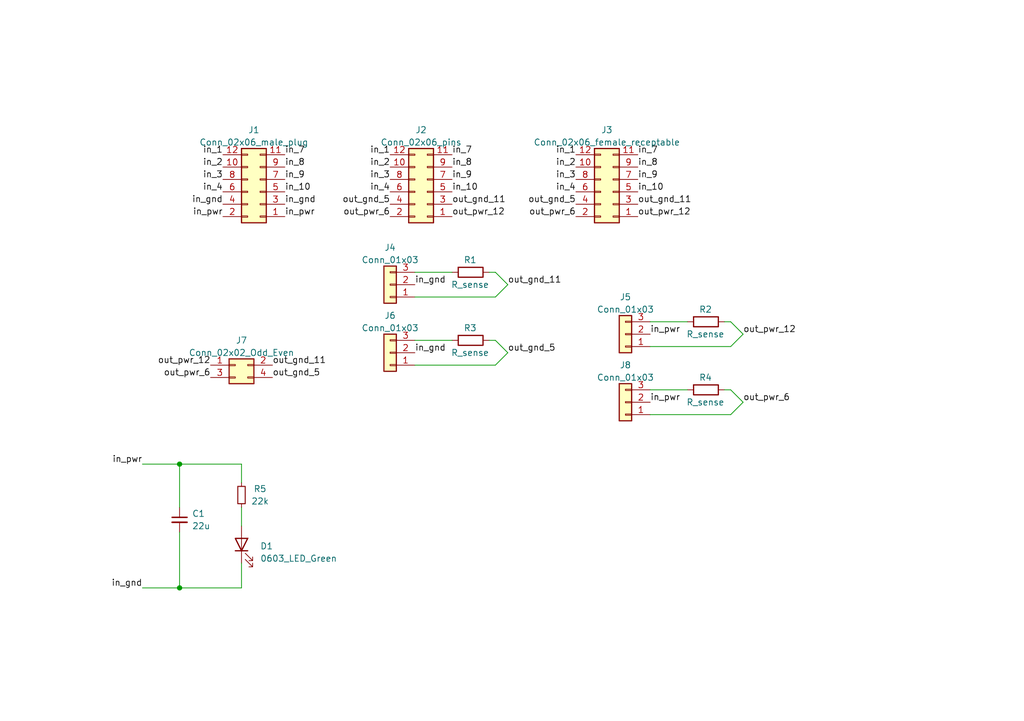
<source format=kicad_sch>
(kicad_sch (version 20230121) (generator eeschema)
  (paper "A5")
  (title_block (date "2023-03-07") (rev "PrototypeA") (company "semify-eda.com"))
  (lib_symbols
    (symbol "Connector_Generic:Conn_01x03" (pin_names (offset 1.016) hide)
      (property "Reference" "J" (at 0 5.08 0))
      (property "Value" "Conn_01x03" (at 0 -5.08 0))
      (symbol "Conn_01x03_1_1"
        (rectangle (start -1.27 -2.413) (end 0 -2.667) (stroke (width 0.1524)))
        (rectangle (start -1.27 0.127) (end 0 -0.127) (stroke (width 0.1524)))
        (rectangle (start -1.27 2.667) (end 0 2.413) (stroke (width 0.1524)))
        (rectangle (start -1.27 3.81) (end 1.27 -3.81) (stroke (width 0.254)) (fill (type background)))
        (pin passive line (at -5.08 2.54 0) (length 3.81) (name "Pin_1") (number "1"))
        (pin passive line (at -5.08 0 0) (length 3.81) (name "Pin_2") (number "2"))
        (pin passive line (at -5.08 -2.54 0) (length 3.81) (name "Pin_3") (number "3"))
      )
    )
    (symbol "Connector_Generic:Conn_02x02_Odd_Even" (pin_names (offset 1.016) hide)
      (property "Reference" "J" (at 1.27 2.54 0))
      (property "Value" "Conn_02x02_Odd_Even" (at 1.27 -5.08 0))
      (symbol "Conn_02x02_Odd_Even_1_1"
        (rectangle (start -1.27 -2.413) (end 0 -2.667) (stroke (width 0.1524)))
        (rectangle (start -1.27 0.127) (end 0 -0.127) (stroke (width 0.1524)))
        (rectangle (start -1.27 1.27) (end 3.81 -3.81) (stroke (width 0.254)) (fill (type background)))
        (rectangle (start 3.81 -2.413) (end 2.54 -2.667) (stroke (width 0.1524)))
        (rectangle (start 3.81 0.127) (end 2.54 -0.127) (stroke (width 0.1524)))
        (pin passive line (at -5.08 0 0) (length 3.81) (name "Pin_1") (number "1"))
        (pin passive line (at 7.62 0 180) (length 3.81) (name "Pin_2") (number "2"))
        (pin passive line (at -5.08 -2.54 0) (length 3.81) (name "Pin_3") (number "3"))
        (pin passive line (at 7.62 -2.54 180) (length 3.81) (name "Pin_4") (number "4"))
      )
    )
    (symbol "Connector_Generic:Conn_02x06_Odd_Even" (pin_names (offset 1.016) hide)
      (property "Reference" "J" (at 1.27 7.62 0))
      (property "Value" "Conn_02x06_Odd_Even" (at 1.27 -10.16 0))
      (symbol "Conn_02x06_Odd_Even_1_1"
        (rectangle (start -1.27 -7.493) (end 0 -7.747) (stroke (width 0.1524)))
        (rectangle (start -1.27 -4.953) (end 0 -5.207) (stroke (width 0.1524)))
        (rectangle (start -1.27 -2.413) (end 0 -2.667) (stroke (width 0.1524)))
        (rectangle (start -1.27 0.127) (end 0 -0.127) (stroke (width 0.1524)))
        (rectangle (start -1.27 2.667) (end 0 2.413) (stroke (width 0.1524)))
        (rectangle (start -1.27 5.207) (end 0 4.953) (stroke (width 0.1524)))
        (rectangle (start -1.27 6.35) (end 3.81 -8.89) (stroke (width 0.254)) (fill (type background)))
        (rectangle (start 3.81 -7.493) (end 2.54 -7.747) (stroke (width 0.1524)))
        (rectangle (start 3.81 -4.953) (end 2.54 -5.207) (stroke (width 0.1524)))
        (rectangle (start 3.81 -2.413) (end 2.54 -2.667) (stroke (width 0.1524)))
        (rectangle (start 3.81 0.127) (end 2.54 -0.127) (stroke (width 0.1524)))
        (rectangle (start 3.81 2.667) (end 2.54 2.413) (stroke (width 0.1524)))
        (rectangle (start 3.81 5.207) (end 2.54 4.953) (stroke (width 0.1524)))
        (pin passive line (at -5.08 5.08 0) (length 3.81) (name "Pin_1") (number "1"))
        (pin passive line (at 7.62 -5.08 180) (length 3.81) (name "Pin_10") (number "10"))
        (pin passive line (at -5.08 -7.62 0) (length 3.81) (name "Pin_11") (number "11"))
        (pin passive line (at 7.62 -7.62 180) (length 3.81) (name "Pin_12") (number "12"))
        (pin passive line (at 7.62 5.08 180) (length 3.81) (name "Pin_2") (number "2"))
        (pin passive line (at -5.08 2.54 0) (length 3.81) (name "Pin_3") (number "3"))
        (pin passive line (at 7.62 2.54 180) (length 3.81) (name "Pin_4") (number "4"))
        (pin passive line (at -5.08 0 0) (length 3.81) (name "Pin_5") (number "5"))
        (pin passive line (at 7.62 0 180) (length 3.81) (name "Pin_6") (number "6"))
        (pin passive line (at -5.08 -2.54 0) (length 3.81) (name "Pin_7") (number "7"))
        (pin passive line (at 7.62 -2.54 180) (length 3.81) (name "Pin_8") (number "8"))
        (pin passive line (at -5.08 -5.08 0) (length 3.81) (name "Pin_9") (number "9"))
      )
    )
    (symbol "Device:C_Small" (pin_numbers hide) (pin_names (offset 0.254) hide)
      (property "Reference" "C" (at 0.254 1.778 0))
      (property "Value" "C_Small" (at 0.254 -2.032 0))
      (symbol "C_Small_0_1"
        (polyline (pts (xy -1.524 -0.508) (xy 1.524 -0.508)) (stroke (width 0.3302)))
        (polyline (pts (xy -1.524 0.508) (xy 1.524 0.508)) (stroke (width 0.3048)))
      )
      (symbol "C_Small_1_1"
        (pin passive line (at 0 2.54 270) (length 2.032) (name "~") (number "1"))
        (pin passive line (at 0 -2.54 90) (length 2.032) (name "~") (number "2"))
      )
    )
    (symbol "Device:LED" (pin_numbers hide) (pin_names (offset 1.016) hide)
      (property "Reference" "D" (at 0 2.54 0))
      (property "Value" "LED" (at 0 -2.54 0))
      (symbol "LED_0_1"
        (polyline (pts (xy -1.27 -1.27) (xy -1.27 1.27)) (stroke (width 0.254)))
        (polyline (pts (xy -1.27 0) (xy 1.27 0)))
        (polyline (pts (xy 1.27 -1.27) (xy 1.27 1.27) (xy -1.27 0) (xy 1.27 -1.27)) (stroke (width 0.254)))
        (polyline (pts (xy -3.048 -0.762) (xy -4.572 -2.286) (xy -3.81 -2.286) (xy -4.572 -2.286) (xy -4.572 -1.524)))
        (polyline (pts (xy -1.778 -0.762) (xy -3.302 -2.286) (xy -2.54 -2.286) (xy -3.302 -2.286) (xy -3.302 -1.524)))
      )
      (symbol "LED_1_1"
        (pin passive line (at -3.81 0 0) (length 2.54) (name "K") (number "1"))
        (pin passive line (at 3.81 0 180) (length 2.54) (name "A") (number "2"))
      )
    )
    (symbol "Device:R" (pin_numbers hide) (pin_names (offset 0))
      (property "Reference" "R" (at 2.032 0 90))
      (property "Value" "R" (at 0 0 90))
      (symbol "R_0_1"
        (rectangle (start -1.016 -2.54) (end 1.016 2.54) (stroke (width 0.254)))
      )
      (symbol "R_1_1"
        (pin passive line (at 0 3.81 270) (length 1.27) (name "~") (number "1"))
        (pin passive line (at 0 -3.81 90) (length 1.27) (name "~") (number "2"))
      )
    )
    (symbol "Device:R_Small" (pin_numbers hide) (pin_names (offset 0.254) hide)
      (property "Reference" "R" (at 0.762 0.508 0))
      (property "Value" "R_Small" (at 0.762 -1.016 0))
      (symbol "R_Small_0_1"
        (rectangle (start -0.762 1.778) (end 0.762 -1.778) (stroke (width 0.2032)))
      )
      (symbol "R_Small_1_1"
        (pin passive line (at 0 2.54 270) (length 0.762) (name "~") (number "1"))
        (pin passive line (at 0 -2.54 90) (length 0.762) (name "~") (number "2"))
      )
    )
  )
  (junction (at 36.83 120.65))
  (junction (at 36.83 95.25))
  (wire (pts (xy 85.09 69.85) (xy 92.71 69.85)))
  (wire (pts (xy 148.59 66.04) (xy 149.86 66.04)))
  (wire (pts (xy 100.33 55.88) (xy 101.6 55.88)))
  (wire (pts (xy 36.83 95.25) (xy 49.53 95.25)))
  (wire (pts (xy 133.35 85.09) (xy 149.86 85.09)))
  (wire (pts (xy 85.09 60.96) (xy 101.6 60.96)))
  (wire (pts (xy 29.21 120.65) (xy 36.83 120.65)))
  (wire (pts (xy 149.86 66.04) (xy 152.4 68.58)))
  (wire (pts (xy 101.6 55.88) (xy 104.14 58.42)))
  (wire (pts (xy 148.59 80.01) (xy 149.86 80.01)))
  (wire (pts (xy 149.86 71.12) (xy 152.4 68.58)))
  (wire (pts (xy 36.83 95.25) (xy 36.83 104.14)))
  (wire (pts (xy 85.09 74.93) (xy 101.6 74.93)))
  (wire (pts (xy 85.09 55.88) (xy 92.71 55.88)))
  (wire (pts (xy 49.53 95.25) (xy 49.53 99.06)))
  (wire (pts (xy 149.86 80.01) (xy 152.4 82.55)))
  (wire (pts (xy 29.21 95.25) (xy 36.83 95.25)))
  (wire (pts (xy 100.33 69.85) (xy 101.6 69.85)))
  (wire (pts (xy 36.83 109.22) (xy 36.83 120.65)))
  (wire (pts (xy 133.35 80.01) (xy 140.97 80.01)))
  (wire (pts (xy 36.83 120.65) (xy 49.53 120.65)))
  (wire (pts (xy 49.53 104.14) (xy 49.53 107.95)))
  (wire (pts (xy 133.35 71.12) (xy 149.86 71.12)))
  (wire (pts (xy 149.86 85.09) (xy 152.4 82.55)))
  (wire (pts (xy 101.6 74.93) (xy 104.14 72.39)))
  (wire (pts (xy 49.53 115.57) (xy 49.53 120.65)))
  (wire (pts (xy 133.35 66.04) (xy 140.97 66.04)))
  (wire (pts (xy 101.6 69.85) (xy 104.14 72.39)))
  (wire (pts (xy 101.6 60.96) (xy 104.14 58.42)))
  (label "out_pwr_12" (at 152.4 68.58 0))
  (label "out_pwr_6" (at 43.18 77.47 180))
  (label "out_gnd_5" (at 80.01 41.91 180))
  (label "in_8" (at 130.81 34.29 0))
  (label "out_pwr_6" (at 152.4 82.55 0))
  (label "out_gnd_5" (at 118.11 41.91 180))
  (label "out_pwr_12" (at 92.71 44.45 0))
  (label "in_4" (at 45.72 39.37 180))
  (label "in_9" (at 92.71 36.83 0))
  (label "in_4" (at 80.01 39.37 180))
  (label "in_pwr" (at 45.72 44.45 180))
  (label "in_pwr" (at 58.42 44.45 0))
  (label "in_10" (at 130.81 39.37 0))
  (label "in_pwr" (at 133.35 82.55 0))
  (label "in_3" (at 118.11 36.83 180))
  (label "in_8" (at 92.71 34.29 0))
  (label "in_gnd" (at 85.09 72.39 0))
  (label "in_7" (at 92.71 31.75 0))
  (label "in_3" (at 45.72 36.83 180))
  (label "in_10" (at 92.71 39.37 0))
  (label "in_1" (at 45.72 31.75 180))
  (label "in_1" (at 118.11 31.75 180))
  (label "in_9" (at 130.81 36.83 0))
  (label "out_gnd_5" (at 104.14 72.39 0))
  (label "out_gnd_11" (at 92.71 41.91 0))
  (label "in_1" (at 80.01 31.75 180))
  (label "in_gnd" (at 29.21 120.65 180))
  (label "in_4" (at 118.11 39.37 180))
  (label "in_7" (at 58.42 31.75 0))
  (label "in_7" (at 130.81 31.75 0))
  (label "out_gnd_11" (at 55.88 74.93 0))
  (label "out_gnd_11" (at 104.14 58.42 0))
  (label "in_pwr" (at 29.21 95.25 180))
  (label "out_gnd_5" (at 55.88 77.47 0))
  (label "in_8" (at 58.42 34.29 0))
  (label "out_pwr_6" (at 80.01 44.45 180))
  (label "out_pwr_6" (at 118.11 44.45 180))
  (label "out_gnd_11" (at 130.81 41.91 0))
  (label "in_gnd" (at 58.42 41.91 0))
  (label "in_3" (at 80.01 36.83 180))
  (label "in_gnd" (at 45.72 41.91 180))
  (label "in_2" (at 118.11 34.29 180))
  (label "in_9" (at 58.42 36.83 0))
  (label "in_pwr" (at 133.35 68.58 0))
  (label "out_pwr_12" (at 130.81 44.45 0))
  (label "in_gnd" (at 85.09 58.42 0))
  (label "in_2" (at 45.72 34.29 180))
  (label "in_2" (at 80.01 34.29 180))
  (label "out_pwr_12" (at 43.18 74.93 180))
  (label "in_10" (at 58.42 39.37 0))
  (symbol (lib_id "Device:LED") (at 49.53 111.76 90) (unit 1)
    (property "Reference" "D1" (at 53.34 112.0774 90) (effects (justify right)))
    (property "Value" "0603_LED_Green" (at 53.34 114.6174 90) (effects (justify right)))
    (property "Footprint" "LED_SMD:LED_0603_1608Metric" (effects hide))
    (property "LCSC Part #" "C72043 " (effects hide))
    (property "rohs_cert_or_in_datasheet" "y" (effects hide))
  )
  (symbol (lib_id "Device:R") (at 96.52 69.85 90) (unit 1)
    (property "Reference" "R3" (at 97.79 67.31 90) (effects (justify left)))
    (property "Value" "R_sense" (at 100.33 72.39 90) (effects (justify left)))
    (property "Footprint" "Resistor_SMD:R_0603_1608Metric" (effects hide))
    (property "LCSC Part #" "C22936" (effects hide))
    (property "rohs_cert_or_in_datasheet" "y" (effects hide))
  )
  (symbol (lib_id "Device:R") (at 144.78 66.04 90) (unit 1)
    (property "Reference" "R2" (at 146.05 63.5 90) (effects (justify left)))
    (property "Value" "R_sense" (at 148.59 68.58 90) (effects (justify left)))
    (property "Footprint" "Resistor_SMD:R_0603_1608Metric" (effects hide))
    (property "LCSC Part #" "C22936" (effects hide))
    (property "rohs_cert_or_in_datasheet" "y" (effects hide))
  )
  (symbol (lib_id "Connector_Generic:Conn_01x03") (at 80.01 72.39 180) (unit 1)
    (property "Reference" "J6" (at 80.01 64.77 0))
    (property "Value" "Conn_01x03" (at 80.01 67.31 0))
    (property "Footprint" "Connector_PinHeader_2.54mm:PinHeader_1x03_P2.54mm_Vertical" (effects hide))
  )
  (symbol (lib_id "Connector_Generic:Conn_02x02_Odd_Even") (at 48.26 74.93 0) (unit 1)
    (property "Reference" "J7" (at 49.53 69.85 0))
    (property "Value" "Conn_02x02_Odd_Even" (at 49.53 72.39 0))
    (property "Footprint" "Connector_PinHeader_2.54mm:PinHeader_2x02_P2.54mm_Vertical" (effects hide))
  )
  (symbol (lib_id "Connector_Generic:Conn_01x03") (at 128.27 68.58 180) (unit 1)
    (property "Reference" "J5" (at 128.27 60.96 0))
    (property "Value" "Conn_01x03" (at 128.27 63.5 0))
    (property "Footprint" "Connector_PinHeader_2.54mm:PinHeader_1x03_P2.54mm_Vertical" (effects hide))
  )
  (symbol (lib_id "Device:R") (at 96.52 55.88 90) (unit 1)
    (property "Reference" "R1" (at 97.79 53.34 90) (effects (justify left)))
    (property "Value" "R_sense" (at 100.33 58.42 90) (effects (justify left)))
    (property "Footprint" "Resistor_SMD:R_0603_1608Metric" (effects hide))
    (property "LCSC Part #" "C22936" (effects hide))
    (property "rohs_cert_or_in_datasheet" "y" (effects hide))
  )
  (symbol (lib_id "Device:R_Small") (at 49.53 101.6 180) (unit 1)
    (property "Reference" "R5" (at 53.34 100.33 0))
    (property "Value" "22k" (at 53.34 102.87 0))
    (property "Footprint" "Resistor_SMD:R_0603_1608Metric" (effects hide))
    (property "LCSC Part #" "C31850" (effects hide))
    (property "rohs_cert_or_in_datasheet" "y" (effects hide))
  )
  (symbol (lib_id "Connector_Generic:Conn_02x06_Odd_Even") (at 125.73 39.37 180) (unit 1)
    (property "Reference" "J3" (at 124.46 26.67 0))
    (property "Value" "Conn_02x06_female_receptable" (at 124.46 29.21 0))
    (property "Footprint" "Connector_PinSocket_2.54mm:PinSocket_2x06_P2.54mm_Horizontal" (effects hide))
  )
  (symbol (lib_id "Device:C_Small") (at 36.83 106.68 0) (unit 1)
    (property "Reference" "C1" (at 39.37 105.41 0) (effects (justify left)))
    (property "Value" "22u" (at 39.37 107.95 0) (effects (justify left)))
    (property "Footprint" "Capacitor_SMD:C_0805_2012Metric" (effects hide))
    (property "LCSC Part #" "C45783" (effects hide))
    (property "rohs_cert_or_in_datasheet" "y" (effects hide))
  )
  (symbol (lib_id "Connector_Generic:Conn_01x03") (at 128.27 82.55 180) (unit 1)
    (property "Reference" "J8" (at 128.27 74.93 0))
    (property "Value" "Conn_01x03" (at 128.27 77.47 0))
    (property "Footprint" "Connector_PinHeader_2.54mm:PinHeader_1x03_P2.54mm_Vertical" (effects hide))
  )
  (symbol (lib_id "Connector_Generic:Conn_02x06_Odd_Even") (at 87.63 39.37 180) (unit 1)
    (property "Reference" "J2" (at 86.36 26.67 0))
    (property "Value" "Conn_02x06_pins" (at 86.36 29.21 0))
    (property "Footprint" "Connector_PinHeader_2.54mm:PinHeader_2x06_P2.54mm_Vertical" (effects hide))
  )
  (symbol (lib_id "Device:R") (at 144.78 80.01 90) (unit 1)
    (property "Reference" "R4" (at 146.05 77.47 90) (effects (justify left)))
    (property "Value" "R_sense" (at 148.59 82.55 90) (effects (justify left)))
    (property "Footprint" "Resistor_SMD:R_0603_1608Metric" (effects hide))
    (property "LCSC Part #" "C22936" (effects hide))
    (property "rohs_cert_or_in_datasheet" "y" (effects hide))
  )
  (symbol (lib_id "Connector_Generic:Conn_02x06_Odd_Even") (at 53.34 39.37 180) (unit 1)
    (property "Reference" "J1" (at 52.07 26.67 0))
    (property "Value" "Conn_02x06_male_plug" (at 52.07 29.21 0))
    (property "Footprint" "Connector_PinHeader_2.54mm:PinHeader_2x06_P2.54mm_Horizontal" (effects hide))
  )
  (symbol (lib_id "Connector_Generic:Conn_01x03") (at 80.01 58.42 180) (unit 1)
    (property "Reference" "J4" (at 80.01 50.8 0))
    (property "Value" "Conn_01x03" (at 80.01 53.34 0))
    (property "Footprint" "Connector_PinHeader_2.54mm:PinHeader_1x03_P2.54mm_Vertical" (effects hide))
  )
)
</source>
